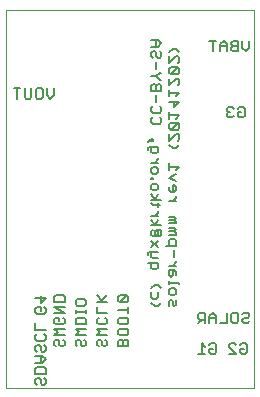
<source format=gbo>
G75*
%MOIN*%
%OFA0B0*%
%FSLAX24Y24*%
%IPPOS*%
%LPD*%
%AMOC8*
5,1,8,0,0,1.08239X$1,22.5*
%
%ADD10C,0.0000*%
%ADD11C,0.0060*%
D10*
X001917Y001425D02*
X001917Y014023D01*
X010185Y014023D01*
X010185Y001425D01*
X001917Y001425D01*
D11*
X002891Y001568D02*
X002947Y001511D01*
X002891Y001568D02*
X002891Y001681D01*
X002947Y001738D01*
X003004Y001738D01*
X003061Y001681D01*
X003061Y001568D01*
X003117Y001511D01*
X003174Y001511D01*
X003231Y001568D01*
X003231Y001681D01*
X003174Y001738D01*
X003231Y001880D02*
X003231Y002050D01*
X003174Y002106D01*
X002947Y002106D01*
X002891Y002050D01*
X002891Y001880D01*
X003231Y001880D01*
X003117Y002248D02*
X002891Y002248D01*
X002891Y002475D02*
X003117Y002475D01*
X003231Y002361D01*
X003117Y002248D01*
X003061Y002248D02*
X003061Y002475D01*
X003117Y002614D02*
X003061Y002670D01*
X003061Y002784D01*
X003004Y002840D01*
X002947Y002840D01*
X002891Y002784D01*
X002891Y002670D01*
X002947Y002614D01*
X003117Y002614D02*
X003174Y002614D01*
X003231Y002670D01*
X003231Y002784D01*
X003174Y002840D01*
X003174Y002982D02*
X002947Y002982D01*
X002891Y003039D01*
X002891Y003152D01*
X002947Y003209D01*
X002891Y003350D02*
X002891Y003577D01*
X002891Y003350D02*
X003231Y003350D01*
X003174Y003209D02*
X003231Y003152D01*
X003231Y003039D01*
X003174Y002982D01*
X003522Y002964D02*
X003522Y002850D01*
X003578Y002794D01*
X003692Y002850D02*
X003692Y002964D01*
X003635Y003020D01*
X003578Y003020D01*
X003522Y002964D01*
X003522Y003162D02*
X003635Y003275D01*
X003522Y003389D01*
X003862Y003389D01*
X003805Y003530D02*
X003578Y003530D01*
X003522Y003587D01*
X003522Y003700D01*
X003578Y003757D01*
X003692Y003757D01*
X003692Y003644D01*
X003805Y003757D02*
X003862Y003700D01*
X003862Y003587D01*
X003805Y003530D01*
X003862Y003898D02*
X003522Y004125D01*
X003862Y004125D01*
X003862Y004267D02*
X003862Y004437D01*
X003805Y004494D01*
X003578Y004494D01*
X003522Y004437D01*
X003522Y004267D01*
X003862Y004267D01*
X003862Y003898D02*
X003522Y003898D01*
X003231Y003930D02*
X003174Y003873D01*
X002947Y003873D01*
X002891Y003930D01*
X002891Y004044D01*
X002947Y004100D01*
X003061Y004100D01*
X003061Y003987D01*
X003174Y004100D02*
X003231Y004044D01*
X003231Y003930D01*
X003061Y004242D02*
X003061Y004469D01*
X003231Y004412D02*
X003061Y004242D01*
X002891Y004412D02*
X003231Y004412D01*
X003522Y003162D02*
X003862Y003162D01*
X003805Y003020D02*
X003862Y002964D01*
X003862Y002850D01*
X003805Y002794D01*
X003749Y002794D01*
X003692Y002850D01*
X004230Y002850D02*
X004287Y002794D01*
X004230Y002850D02*
X004230Y002964D01*
X004287Y003020D01*
X004344Y003020D01*
X004401Y002964D01*
X004401Y002850D01*
X004457Y002794D01*
X004514Y002794D01*
X004571Y002850D01*
X004571Y002964D01*
X004514Y003020D01*
X004571Y003162D02*
X004230Y003162D01*
X004344Y003275D01*
X004230Y003389D01*
X004571Y003389D01*
X004571Y003530D02*
X004571Y003700D01*
X004514Y003757D01*
X004287Y003757D01*
X004230Y003700D01*
X004230Y003530D01*
X004571Y003530D01*
X004571Y003898D02*
X004571Y004012D01*
X004571Y003955D02*
X004230Y003955D01*
X004230Y003898D02*
X004230Y004012D01*
X004287Y004144D02*
X004230Y004201D01*
X004230Y004314D01*
X004287Y004371D01*
X004514Y004371D01*
X004571Y004314D01*
X004571Y004201D01*
X004514Y004144D01*
X004287Y004144D01*
X004939Y004125D02*
X004939Y003898D01*
X005279Y003898D01*
X005223Y003757D02*
X005279Y003700D01*
X005279Y003587D01*
X005223Y003530D01*
X004996Y003530D01*
X004939Y003587D01*
X004939Y003700D01*
X004996Y003757D01*
X004939Y003389D02*
X005279Y003389D01*
X005279Y003162D02*
X004939Y003162D01*
X005052Y003275D01*
X004939Y003389D01*
X004996Y003020D02*
X004939Y002964D01*
X004939Y002850D01*
X004996Y002794D01*
X005109Y002850D02*
X005109Y002964D01*
X005052Y003020D01*
X004996Y003020D01*
X005109Y002850D02*
X005166Y002794D01*
X005223Y002794D01*
X005279Y002850D01*
X005279Y002964D01*
X005223Y003020D01*
X005648Y002964D02*
X005648Y002794D01*
X005988Y002794D01*
X005988Y002964D01*
X005931Y003020D01*
X005875Y003020D01*
X005818Y002964D01*
X005818Y002794D01*
X005818Y002964D02*
X005761Y003020D01*
X005704Y003020D01*
X005648Y002964D01*
X005704Y003162D02*
X005648Y003219D01*
X005648Y003332D01*
X005704Y003389D01*
X005931Y003389D01*
X005988Y003332D01*
X005988Y003219D01*
X005931Y003162D01*
X005704Y003162D01*
X005704Y003530D02*
X005648Y003587D01*
X005648Y003700D01*
X005704Y003757D01*
X005931Y003757D01*
X005988Y003700D01*
X005988Y003587D01*
X005931Y003530D01*
X005704Y003530D01*
X005988Y003898D02*
X005988Y004125D01*
X005988Y004012D02*
X005648Y004012D01*
X005704Y004267D02*
X005931Y004494D01*
X005704Y004494D01*
X005648Y004437D01*
X005648Y004323D01*
X005704Y004267D01*
X005931Y004267D01*
X005988Y004323D01*
X005988Y004437D01*
X005931Y004494D01*
X005279Y004494D02*
X005052Y004267D01*
X005109Y004323D02*
X004939Y004494D01*
X004939Y004267D02*
X005279Y004267D01*
X006637Y005587D02*
X006977Y005587D01*
X006977Y005417D01*
X006920Y005360D01*
X006807Y005360D01*
X006750Y005417D01*
X006750Y005587D01*
X006807Y005728D02*
X006750Y005785D01*
X006750Y005955D01*
X006693Y005955D02*
X006637Y005898D01*
X006637Y005842D01*
X006693Y005955D02*
X006977Y005955D01*
X006977Y006096D02*
X006750Y006323D01*
X006807Y006465D02*
X007034Y006465D01*
X007090Y006521D01*
X007090Y006635D01*
X007034Y006692D01*
X006920Y006692D01*
X006864Y006635D01*
X006977Y006635D01*
X006977Y006521D01*
X006864Y006521D01*
X006864Y006635D01*
X006807Y006692D02*
X006750Y006635D01*
X006750Y006521D01*
X006807Y006465D01*
X006977Y006323D02*
X006750Y006096D01*
X006807Y005728D02*
X006977Y005728D01*
X007350Y005483D02*
X007577Y005483D01*
X007577Y005596D02*
X007577Y005653D01*
X007577Y005596D02*
X007464Y005483D01*
X007464Y005341D02*
X007464Y005171D01*
X007407Y005114D01*
X007350Y005171D01*
X007350Y005341D01*
X007520Y005341D01*
X007577Y005284D01*
X007577Y005171D01*
X007690Y004925D02*
X007350Y004925D01*
X007350Y004869D02*
X007350Y004982D01*
X007407Y004727D02*
X007350Y004671D01*
X007350Y004557D01*
X007407Y004500D01*
X007520Y004500D01*
X007577Y004557D01*
X007577Y004671D01*
X007520Y004727D01*
X007407Y004727D01*
X007690Y004869D02*
X007690Y004925D01*
X007577Y004359D02*
X007577Y004189D01*
X007520Y004132D01*
X007464Y004189D01*
X007464Y004302D01*
X007407Y004359D01*
X007350Y004302D01*
X007350Y004132D01*
X007090Y004246D02*
X006977Y004132D01*
X006864Y004132D01*
X006750Y004246D01*
X006807Y004378D02*
X006750Y004434D01*
X006750Y004605D01*
X006750Y004746D02*
X006864Y004859D01*
X006977Y004859D01*
X007090Y004746D01*
X006977Y004605D02*
X006977Y004434D01*
X006920Y004378D01*
X006807Y004378D01*
X007520Y005790D02*
X007520Y006016D01*
X007577Y006158D02*
X007577Y006328D01*
X007520Y006385D01*
X007407Y006385D01*
X007350Y006328D01*
X007350Y006158D01*
X007237Y006158D02*
X007577Y006158D01*
X007577Y006526D02*
X007350Y006526D01*
X007350Y006640D02*
X007520Y006640D01*
X007577Y006696D01*
X007520Y006753D01*
X007350Y006753D01*
X007350Y006894D02*
X007577Y006894D01*
X007577Y006951D01*
X007520Y007008D01*
X007577Y007065D01*
X007520Y007121D01*
X007350Y007121D01*
X007350Y007008D02*
X007520Y007008D01*
X007520Y006640D02*
X007577Y006583D01*
X007577Y006526D01*
X007090Y006833D02*
X006750Y006833D01*
X006864Y006833D02*
X006750Y007003D01*
X006750Y007140D02*
X006977Y007140D01*
X006977Y007253D02*
X006977Y007310D01*
X006977Y007253D02*
X006864Y007140D01*
X006977Y007003D02*
X006864Y006833D01*
X006977Y007447D02*
X006977Y007560D01*
X007034Y007504D02*
X006807Y007504D01*
X006750Y007560D01*
X006750Y007692D02*
X007090Y007692D01*
X006977Y007863D02*
X006864Y007692D01*
X006750Y007863D01*
X006807Y007999D02*
X006750Y008056D01*
X006750Y008170D01*
X006807Y008226D01*
X006920Y008226D01*
X006977Y008170D01*
X006977Y008056D01*
X006920Y007999D01*
X006807Y007999D01*
X006807Y008368D02*
X006807Y008424D01*
X006750Y008424D01*
X006750Y008368D01*
X006807Y008368D01*
X006807Y008552D02*
X006750Y008609D01*
X006750Y008722D01*
X006807Y008779D01*
X006920Y008779D01*
X006977Y008722D01*
X006977Y008609D01*
X006920Y008552D01*
X006807Y008552D01*
X006864Y008920D02*
X006977Y009034D01*
X006977Y009090D01*
X006920Y009227D02*
X006977Y009284D01*
X006977Y009454D01*
X006693Y009454D01*
X006637Y009397D01*
X006637Y009341D01*
X006750Y009284D02*
X006807Y009227D01*
X006920Y009227D01*
X006750Y009284D02*
X006750Y009454D01*
X006637Y009595D02*
X006750Y009709D01*
X006750Y009652D01*
X006807Y009652D01*
X006807Y009709D01*
X006750Y009709D01*
X006807Y010209D02*
X006750Y010266D01*
X006750Y010379D01*
X006807Y010436D01*
X006807Y010578D02*
X006750Y010634D01*
X006750Y010748D01*
X006807Y010804D01*
X006920Y010946D02*
X006920Y011173D01*
X006920Y011314D02*
X006920Y011484D01*
X006864Y011541D01*
X006807Y011541D01*
X006750Y011484D01*
X006750Y011314D01*
X007090Y011314D01*
X007090Y011484D01*
X007034Y011541D01*
X006977Y011541D01*
X006920Y011484D01*
X007034Y011683D02*
X006920Y011796D01*
X006750Y011796D01*
X006920Y011796D02*
X007034Y011909D01*
X007090Y011909D01*
X007090Y011683D02*
X007034Y011683D01*
X006920Y012051D02*
X006920Y012278D01*
X006977Y012419D02*
X006920Y012476D01*
X006920Y012589D01*
X006864Y012646D01*
X006807Y012646D01*
X006750Y012589D01*
X006750Y012476D01*
X006807Y012419D01*
X006977Y012419D02*
X007034Y012419D01*
X007090Y012476D01*
X007090Y012589D01*
X007034Y012646D01*
X006977Y012787D02*
X007090Y012901D01*
X006977Y013014D01*
X006750Y013014D01*
X006920Y013014D02*
X006920Y012787D01*
X006977Y012787D02*
X006750Y012787D01*
X007350Y012603D02*
X007464Y012717D01*
X007577Y012717D01*
X007690Y012603D01*
X007634Y012462D02*
X007577Y012462D01*
X007350Y012235D01*
X007350Y012462D01*
X007634Y012462D02*
X007690Y012405D01*
X007690Y012292D01*
X007634Y012235D01*
X007634Y012094D02*
X007407Y011867D01*
X007350Y011923D01*
X007350Y012037D01*
X007407Y012094D01*
X007634Y012094D01*
X007690Y012037D01*
X007690Y011923D01*
X007634Y011867D01*
X007407Y011867D01*
X007350Y011725D02*
X007350Y011498D01*
X007577Y011725D01*
X007634Y011725D01*
X007690Y011669D01*
X007690Y011555D01*
X007634Y011498D01*
X007690Y011244D02*
X007350Y011244D01*
X007350Y011357D02*
X007350Y011130D01*
X007350Y010932D02*
X007690Y010932D01*
X007520Y010762D01*
X007520Y010989D01*
X007577Y011130D02*
X007690Y011244D01*
X007350Y010620D02*
X007350Y010393D01*
X007350Y010507D02*
X007690Y010507D01*
X007577Y010393D01*
X007634Y010252D02*
X007407Y010252D01*
X007350Y010195D01*
X007350Y010082D01*
X007407Y010025D01*
X007634Y010252D01*
X007690Y010195D01*
X007690Y010082D01*
X007634Y010025D01*
X007407Y010025D01*
X007350Y009884D02*
X007350Y009657D01*
X007577Y009884D01*
X007634Y009884D01*
X007690Y009827D01*
X007690Y009714D01*
X007634Y009657D01*
X007690Y009525D02*
X007577Y009411D01*
X007464Y009411D01*
X007350Y009525D01*
X007350Y008902D02*
X007350Y008675D01*
X007350Y008788D02*
X007690Y008788D01*
X007577Y008675D01*
X007577Y008533D02*
X007350Y008420D01*
X007577Y008306D01*
X007520Y008165D02*
X007464Y008165D01*
X007464Y007938D01*
X007520Y007938D02*
X007407Y007938D01*
X007350Y007995D01*
X007350Y008108D01*
X007520Y008165D02*
X007577Y008108D01*
X007577Y007995D01*
X007520Y007938D01*
X007577Y007801D02*
X007577Y007745D01*
X007464Y007631D01*
X007577Y007631D02*
X007350Y007631D01*
X006977Y008920D02*
X006750Y008920D01*
X006807Y010209D02*
X007034Y010209D01*
X007090Y010266D01*
X007090Y010379D01*
X007034Y010436D01*
X007034Y010578D02*
X006807Y010578D01*
X007034Y010578D02*
X007090Y010634D01*
X007090Y010748D01*
X007034Y010804D01*
X008688Y012975D02*
X008915Y012975D01*
X008801Y012975D02*
X008801Y012635D01*
X009056Y012635D02*
X009056Y012862D01*
X009170Y012975D01*
X009283Y012862D01*
X009283Y012635D01*
X009424Y012692D02*
X009481Y012635D01*
X009651Y012635D01*
X009651Y012975D01*
X009481Y012975D01*
X009424Y012918D01*
X009424Y012862D01*
X009481Y012805D01*
X009651Y012805D01*
X009793Y012748D02*
X009793Y012975D01*
X010020Y012975D02*
X010020Y012748D01*
X009906Y012635D01*
X009793Y012748D01*
X009481Y012805D02*
X009424Y012748D01*
X009424Y012692D01*
X009283Y012805D02*
X009056Y012805D01*
X009324Y010770D02*
X009267Y010714D01*
X009267Y010657D01*
X009324Y010600D01*
X009267Y010544D01*
X009267Y010487D01*
X009324Y010430D01*
X009437Y010430D01*
X009494Y010487D01*
X009380Y010600D02*
X009324Y010600D01*
X009324Y010770D02*
X009437Y010770D01*
X009494Y010714D01*
X009635Y010714D02*
X009692Y010770D01*
X009805Y010770D01*
X009862Y010714D01*
X009862Y010487D01*
X009805Y010430D01*
X009692Y010430D01*
X009635Y010487D01*
X009635Y010600D01*
X009749Y010600D01*
X009849Y003920D02*
X009793Y003863D01*
X009849Y003920D02*
X009963Y003920D01*
X010020Y003863D01*
X010020Y003807D01*
X009963Y003750D01*
X009849Y003750D01*
X009793Y003693D01*
X009793Y003636D01*
X009849Y003580D01*
X009963Y003580D01*
X010020Y003636D01*
X009651Y003636D02*
X009595Y003580D01*
X009481Y003580D01*
X009424Y003636D01*
X009424Y003863D01*
X009481Y003920D01*
X009595Y003920D01*
X009651Y003863D01*
X009651Y003636D01*
X009283Y003580D02*
X009056Y003580D01*
X008915Y003580D02*
X008915Y003807D01*
X008801Y003920D01*
X008688Y003807D01*
X008688Y003580D01*
X008546Y003580D02*
X008546Y003920D01*
X008376Y003920D01*
X008319Y003863D01*
X008319Y003750D01*
X008376Y003693D01*
X008546Y003693D01*
X008433Y003693D02*
X008319Y003580D01*
X008688Y003750D02*
X008915Y003750D01*
X009283Y003920D02*
X009283Y003580D01*
X009402Y002896D02*
X009516Y002896D01*
X009573Y002840D01*
X009714Y002840D02*
X009771Y002896D01*
X009884Y002896D01*
X009941Y002840D01*
X009941Y002613D01*
X009884Y002556D01*
X009771Y002556D01*
X009714Y002613D01*
X009714Y002726D01*
X009827Y002726D01*
X009573Y002556D02*
X009346Y002783D01*
X009346Y002840D01*
X009402Y002896D01*
X009346Y002556D02*
X009573Y002556D01*
X008917Y002613D02*
X008861Y002556D01*
X008747Y002556D01*
X008690Y002613D01*
X008690Y002726D01*
X008804Y002726D01*
X008917Y002613D02*
X008917Y002840D01*
X008861Y002896D01*
X008747Y002896D01*
X008690Y002840D01*
X008549Y002783D02*
X008435Y002896D01*
X008435Y002556D01*
X008322Y002556D02*
X008549Y002556D01*
X003382Y011056D02*
X003268Y011170D01*
X003268Y011396D01*
X003127Y011340D02*
X003127Y011113D01*
X003070Y011056D01*
X002957Y011056D01*
X002900Y011113D01*
X002900Y011340D01*
X002957Y011396D01*
X003070Y011396D01*
X003127Y011340D01*
X002759Y011396D02*
X002759Y011113D01*
X002702Y011056D01*
X002588Y011056D01*
X002532Y011113D01*
X002532Y011396D01*
X002390Y011396D02*
X002163Y011396D01*
X002277Y011396D02*
X002277Y011056D01*
X003382Y011056D02*
X003495Y011170D01*
X003495Y011396D01*
M02*

</source>
